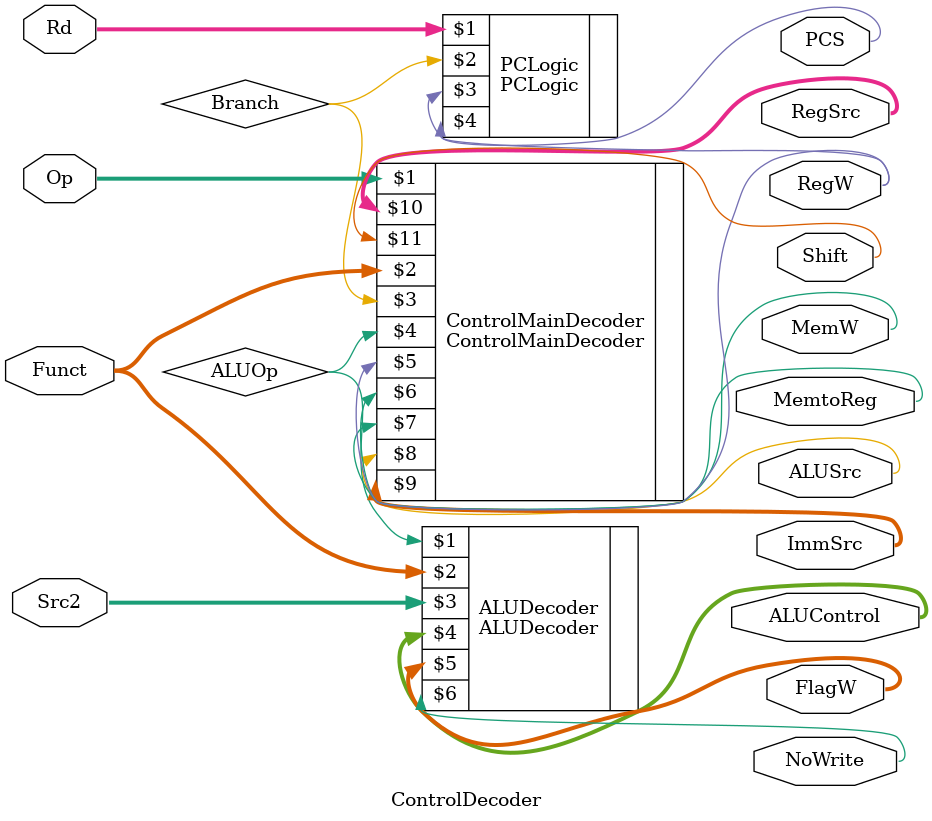
<source format=sv>
module ControlDecoder(input logic[1:0] Op ,input logic [5:0]Funct, input logic [3:0]Rd,input logic[11:0] Src2,
					output logic[1:0] FlagW, output logic PCS, output logic RegW, output logic MemW,
					output logic MemtoReg, output logic ALUSrc, output logic [1:0]ImmSrc, output logic [1:0]RegSrc, 
					output logic[2:0] ALUControl, output logic NoWrite, output logic Shift
);

PCLogic PCLogic(Rd, Branch, RegW, 
					PCS);

ControlMainDecoder ControlMainDecoder(Op, Funct, 
									Branch, ALUOp, 
									RegW, MemW, MemtoReg, ALUSrc,ImmSrc, RegSrc, Shift);

ALUDecoder ALUDecoder( ALUOp, Funct,Src2,
							ALUControl, FlagW, NoWrite);


endmodule
</source>
